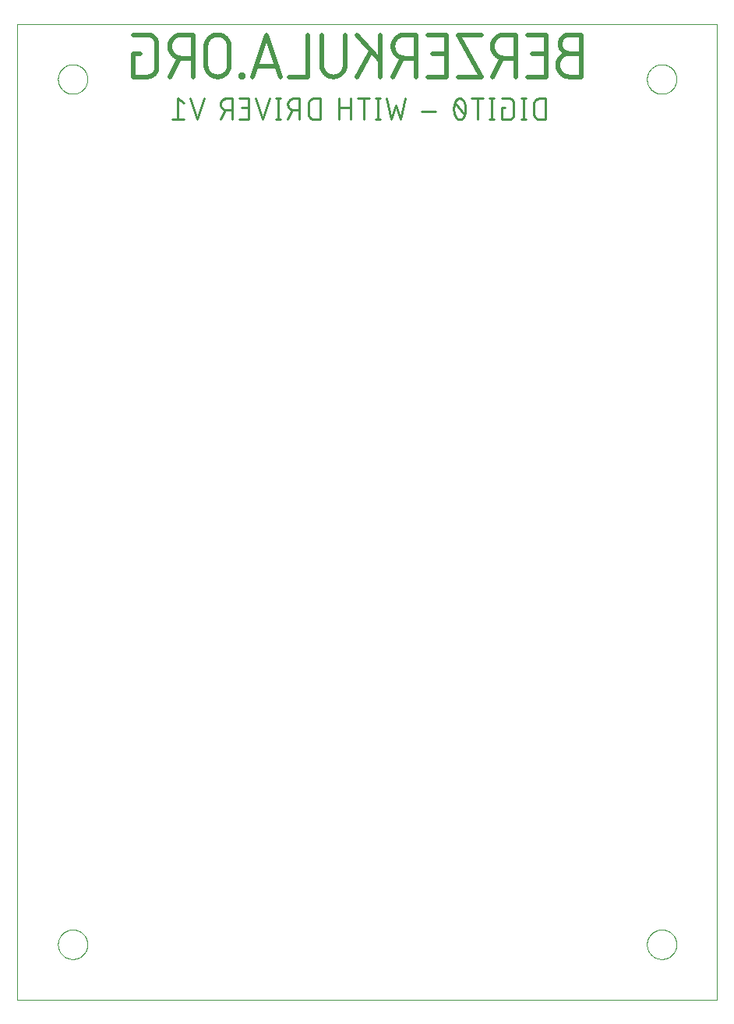
<source format=gbo>
G75*
%MOIN*%
%OFA0B0*%
%FSLAX25Y25*%
%IPPOS*%
%LPD*%
%AMOC8*
5,1,8,0,0,1.08239X$1,22.5*
%
%ADD10C,0.00000*%
%ADD11C,0.02000*%
%ADD12C,0.01000*%
D10*
X0032796Y0017048D02*
X0032796Y0434371D01*
X0332009Y0434371D01*
X0332009Y0017048D01*
X0032796Y0017048D01*
X0050119Y0040670D02*
X0050121Y0040828D01*
X0050127Y0040986D01*
X0050137Y0041144D01*
X0050151Y0041302D01*
X0050169Y0041459D01*
X0050190Y0041616D01*
X0050216Y0041772D01*
X0050246Y0041928D01*
X0050279Y0042083D01*
X0050317Y0042236D01*
X0050358Y0042389D01*
X0050403Y0042541D01*
X0050452Y0042692D01*
X0050505Y0042841D01*
X0050561Y0042989D01*
X0050621Y0043135D01*
X0050685Y0043280D01*
X0050753Y0043423D01*
X0050824Y0043565D01*
X0050898Y0043705D01*
X0050976Y0043842D01*
X0051058Y0043978D01*
X0051142Y0044112D01*
X0051231Y0044243D01*
X0051322Y0044372D01*
X0051417Y0044499D01*
X0051514Y0044624D01*
X0051615Y0044746D01*
X0051719Y0044865D01*
X0051826Y0044982D01*
X0051936Y0045096D01*
X0052049Y0045207D01*
X0052164Y0045316D01*
X0052282Y0045421D01*
X0052403Y0045523D01*
X0052526Y0045623D01*
X0052652Y0045719D01*
X0052780Y0045812D01*
X0052910Y0045902D01*
X0053043Y0045988D01*
X0053178Y0046072D01*
X0053314Y0046151D01*
X0053453Y0046228D01*
X0053594Y0046300D01*
X0053736Y0046370D01*
X0053880Y0046435D01*
X0054026Y0046497D01*
X0054173Y0046555D01*
X0054322Y0046610D01*
X0054472Y0046661D01*
X0054623Y0046708D01*
X0054775Y0046751D01*
X0054928Y0046790D01*
X0055083Y0046826D01*
X0055238Y0046857D01*
X0055394Y0046885D01*
X0055550Y0046909D01*
X0055707Y0046929D01*
X0055865Y0046945D01*
X0056022Y0046957D01*
X0056181Y0046965D01*
X0056339Y0046969D01*
X0056497Y0046969D01*
X0056655Y0046965D01*
X0056814Y0046957D01*
X0056971Y0046945D01*
X0057129Y0046929D01*
X0057286Y0046909D01*
X0057442Y0046885D01*
X0057598Y0046857D01*
X0057753Y0046826D01*
X0057908Y0046790D01*
X0058061Y0046751D01*
X0058213Y0046708D01*
X0058364Y0046661D01*
X0058514Y0046610D01*
X0058663Y0046555D01*
X0058810Y0046497D01*
X0058956Y0046435D01*
X0059100Y0046370D01*
X0059242Y0046300D01*
X0059383Y0046228D01*
X0059522Y0046151D01*
X0059658Y0046072D01*
X0059793Y0045988D01*
X0059926Y0045902D01*
X0060056Y0045812D01*
X0060184Y0045719D01*
X0060310Y0045623D01*
X0060433Y0045523D01*
X0060554Y0045421D01*
X0060672Y0045316D01*
X0060787Y0045207D01*
X0060900Y0045096D01*
X0061010Y0044982D01*
X0061117Y0044865D01*
X0061221Y0044746D01*
X0061322Y0044624D01*
X0061419Y0044499D01*
X0061514Y0044372D01*
X0061605Y0044243D01*
X0061694Y0044112D01*
X0061778Y0043978D01*
X0061860Y0043842D01*
X0061938Y0043705D01*
X0062012Y0043565D01*
X0062083Y0043423D01*
X0062151Y0043280D01*
X0062215Y0043135D01*
X0062275Y0042989D01*
X0062331Y0042841D01*
X0062384Y0042692D01*
X0062433Y0042541D01*
X0062478Y0042389D01*
X0062519Y0042236D01*
X0062557Y0042083D01*
X0062590Y0041928D01*
X0062620Y0041772D01*
X0062646Y0041616D01*
X0062667Y0041459D01*
X0062685Y0041302D01*
X0062699Y0041144D01*
X0062709Y0040986D01*
X0062715Y0040828D01*
X0062717Y0040670D01*
X0062715Y0040512D01*
X0062709Y0040354D01*
X0062699Y0040196D01*
X0062685Y0040038D01*
X0062667Y0039881D01*
X0062646Y0039724D01*
X0062620Y0039568D01*
X0062590Y0039412D01*
X0062557Y0039257D01*
X0062519Y0039104D01*
X0062478Y0038951D01*
X0062433Y0038799D01*
X0062384Y0038648D01*
X0062331Y0038499D01*
X0062275Y0038351D01*
X0062215Y0038205D01*
X0062151Y0038060D01*
X0062083Y0037917D01*
X0062012Y0037775D01*
X0061938Y0037635D01*
X0061860Y0037498D01*
X0061778Y0037362D01*
X0061694Y0037228D01*
X0061605Y0037097D01*
X0061514Y0036968D01*
X0061419Y0036841D01*
X0061322Y0036716D01*
X0061221Y0036594D01*
X0061117Y0036475D01*
X0061010Y0036358D01*
X0060900Y0036244D01*
X0060787Y0036133D01*
X0060672Y0036024D01*
X0060554Y0035919D01*
X0060433Y0035817D01*
X0060310Y0035717D01*
X0060184Y0035621D01*
X0060056Y0035528D01*
X0059926Y0035438D01*
X0059793Y0035352D01*
X0059658Y0035268D01*
X0059522Y0035189D01*
X0059383Y0035112D01*
X0059242Y0035040D01*
X0059100Y0034970D01*
X0058956Y0034905D01*
X0058810Y0034843D01*
X0058663Y0034785D01*
X0058514Y0034730D01*
X0058364Y0034679D01*
X0058213Y0034632D01*
X0058061Y0034589D01*
X0057908Y0034550D01*
X0057753Y0034514D01*
X0057598Y0034483D01*
X0057442Y0034455D01*
X0057286Y0034431D01*
X0057129Y0034411D01*
X0056971Y0034395D01*
X0056814Y0034383D01*
X0056655Y0034375D01*
X0056497Y0034371D01*
X0056339Y0034371D01*
X0056181Y0034375D01*
X0056022Y0034383D01*
X0055865Y0034395D01*
X0055707Y0034411D01*
X0055550Y0034431D01*
X0055394Y0034455D01*
X0055238Y0034483D01*
X0055083Y0034514D01*
X0054928Y0034550D01*
X0054775Y0034589D01*
X0054623Y0034632D01*
X0054472Y0034679D01*
X0054322Y0034730D01*
X0054173Y0034785D01*
X0054026Y0034843D01*
X0053880Y0034905D01*
X0053736Y0034970D01*
X0053594Y0035040D01*
X0053453Y0035112D01*
X0053314Y0035189D01*
X0053178Y0035268D01*
X0053043Y0035352D01*
X0052910Y0035438D01*
X0052780Y0035528D01*
X0052652Y0035621D01*
X0052526Y0035717D01*
X0052403Y0035817D01*
X0052282Y0035919D01*
X0052164Y0036024D01*
X0052049Y0036133D01*
X0051936Y0036244D01*
X0051826Y0036358D01*
X0051719Y0036475D01*
X0051615Y0036594D01*
X0051514Y0036716D01*
X0051417Y0036841D01*
X0051322Y0036968D01*
X0051231Y0037097D01*
X0051142Y0037228D01*
X0051058Y0037362D01*
X0050976Y0037498D01*
X0050898Y0037635D01*
X0050824Y0037775D01*
X0050753Y0037917D01*
X0050685Y0038060D01*
X0050621Y0038205D01*
X0050561Y0038351D01*
X0050505Y0038499D01*
X0050452Y0038648D01*
X0050403Y0038799D01*
X0050358Y0038951D01*
X0050317Y0039104D01*
X0050279Y0039257D01*
X0050246Y0039412D01*
X0050216Y0039568D01*
X0050190Y0039724D01*
X0050169Y0039881D01*
X0050151Y0040038D01*
X0050137Y0040196D01*
X0050127Y0040354D01*
X0050121Y0040512D01*
X0050119Y0040670D01*
X0302088Y0040670D02*
X0302090Y0040828D01*
X0302096Y0040986D01*
X0302106Y0041144D01*
X0302120Y0041302D01*
X0302138Y0041459D01*
X0302159Y0041616D01*
X0302185Y0041772D01*
X0302215Y0041928D01*
X0302248Y0042083D01*
X0302286Y0042236D01*
X0302327Y0042389D01*
X0302372Y0042541D01*
X0302421Y0042692D01*
X0302474Y0042841D01*
X0302530Y0042989D01*
X0302590Y0043135D01*
X0302654Y0043280D01*
X0302722Y0043423D01*
X0302793Y0043565D01*
X0302867Y0043705D01*
X0302945Y0043842D01*
X0303027Y0043978D01*
X0303111Y0044112D01*
X0303200Y0044243D01*
X0303291Y0044372D01*
X0303386Y0044499D01*
X0303483Y0044624D01*
X0303584Y0044746D01*
X0303688Y0044865D01*
X0303795Y0044982D01*
X0303905Y0045096D01*
X0304018Y0045207D01*
X0304133Y0045316D01*
X0304251Y0045421D01*
X0304372Y0045523D01*
X0304495Y0045623D01*
X0304621Y0045719D01*
X0304749Y0045812D01*
X0304879Y0045902D01*
X0305012Y0045988D01*
X0305147Y0046072D01*
X0305283Y0046151D01*
X0305422Y0046228D01*
X0305563Y0046300D01*
X0305705Y0046370D01*
X0305849Y0046435D01*
X0305995Y0046497D01*
X0306142Y0046555D01*
X0306291Y0046610D01*
X0306441Y0046661D01*
X0306592Y0046708D01*
X0306744Y0046751D01*
X0306897Y0046790D01*
X0307052Y0046826D01*
X0307207Y0046857D01*
X0307363Y0046885D01*
X0307519Y0046909D01*
X0307676Y0046929D01*
X0307834Y0046945D01*
X0307991Y0046957D01*
X0308150Y0046965D01*
X0308308Y0046969D01*
X0308466Y0046969D01*
X0308624Y0046965D01*
X0308783Y0046957D01*
X0308940Y0046945D01*
X0309098Y0046929D01*
X0309255Y0046909D01*
X0309411Y0046885D01*
X0309567Y0046857D01*
X0309722Y0046826D01*
X0309877Y0046790D01*
X0310030Y0046751D01*
X0310182Y0046708D01*
X0310333Y0046661D01*
X0310483Y0046610D01*
X0310632Y0046555D01*
X0310779Y0046497D01*
X0310925Y0046435D01*
X0311069Y0046370D01*
X0311211Y0046300D01*
X0311352Y0046228D01*
X0311491Y0046151D01*
X0311627Y0046072D01*
X0311762Y0045988D01*
X0311895Y0045902D01*
X0312025Y0045812D01*
X0312153Y0045719D01*
X0312279Y0045623D01*
X0312402Y0045523D01*
X0312523Y0045421D01*
X0312641Y0045316D01*
X0312756Y0045207D01*
X0312869Y0045096D01*
X0312979Y0044982D01*
X0313086Y0044865D01*
X0313190Y0044746D01*
X0313291Y0044624D01*
X0313388Y0044499D01*
X0313483Y0044372D01*
X0313574Y0044243D01*
X0313663Y0044112D01*
X0313747Y0043978D01*
X0313829Y0043842D01*
X0313907Y0043705D01*
X0313981Y0043565D01*
X0314052Y0043423D01*
X0314120Y0043280D01*
X0314184Y0043135D01*
X0314244Y0042989D01*
X0314300Y0042841D01*
X0314353Y0042692D01*
X0314402Y0042541D01*
X0314447Y0042389D01*
X0314488Y0042236D01*
X0314526Y0042083D01*
X0314559Y0041928D01*
X0314589Y0041772D01*
X0314615Y0041616D01*
X0314636Y0041459D01*
X0314654Y0041302D01*
X0314668Y0041144D01*
X0314678Y0040986D01*
X0314684Y0040828D01*
X0314686Y0040670D01*
X0314684Y0040512D01*
X0314678Y0040354D01*
X0314668Y0040196D01*
X0314654Y0040038D01*
X0314636Y0039881D01*
X0314615Y0039724D01*
X0314589Y0039568D01*
X0314559Y0039412D01*
X0314526Y0039257D01*
X0314488Y0039104D01*
X0314447Y0038951D01*
X0314402Y0038799D01*
X0314353Y0038648D01*
X0314300Y0038499D01*
X0314244Y0038351D01*
X0314184Y0038205D01*
X0314120Y0038060D01*
X0314052Y0037917D01*
X0313981Y0037775D01*
X0313907Y0037635D01*
X0313829Y0037498D01*
X0313747Y0037362D01*
X0313663Y0037228D01*
X0313574Y0037097D01*
X0313483Y0036968D01*
X0313388Y0036841D01*
X0313291Y0036716D01*
X0313190Y0036594D01*
X0313086Y0036475D01*
X0312979Y0036358D01*
X0312869Y0036244D01*
X0312756Y0036133D01*
X0312641Y0036024D01*
X0312523Y0035919D01*
X0312402Y0035817D01*
X0312279Y0035717D01*
X0312153Y0035621D01*
X0312025Y0035528D01*
X0311895Y0035438D01*
X0311762Y0035352D01*
X0311627Y0035268D01*
X0311491Y0035189D01*
X0311352Y0035112D01*
X0311211Y0035040D01*
X0311069Y0034970D01*
X0310925Y0034905D01*
X0310779Y0034843D01*
X0310632Y0034785D01*
X0310483Y0034730D01*
X0310333Y0034679D01*
X0310182Y0034632D01*
X0310030Y0034589D01*
X0309877Y0034550D01*
X0309722Y0034514D01*
X0309567Y0034483D01*
X0309411Y0034455D01*
X0309255Y0034431D01*
X0309098Y0034411D01*
X0308940Y0034395D01*
X0308783Y0034383D01*
X0308624Y0034375D01*
X0308466Y0034371D01*
X0308308Y0034371D01*
X0308150Y0034375D01*
X0307991Y0034383D01*
X0307834Y0034395D01*
X0307676Y0034411D01*
X0307519Y0034431D01*
X0307363Y0034455D01*
X0307207Y0034483D01*
X0307052Y0034514D01*
X0306897Y0034550D01*
X0306744Y0034589D01*
X0306592Y0034632D01*
X0306441Y0034679D01*
X0306291Y0034730D01*
X0306142Y0034785D01*
X0305995Y0034843D01*
X0305849Y0034905D01*
X0305705Y0034970D01*
X0305563Y0035040D01*
X0305422Y0035112D01*
X0305283Y0035189D01*
X0305147Y0035268D01*
X0305012Y0035352D01*
X0304879Y0035438D01*
X0304749Y0035528D01*
X0304621Y0035621D01*
X0304495Y0035717D01*
X0304372Y0035817D01*
X0304251Y0035919D01*
X0304133Y0036024D01*
X0304018Y0036133D01*
X0303905Y0036244D01*
X0303795Y0036358D01*
X0303688Y0036475D01*
X0303584Y0036594D01*
X0303483Y0036716D01*
X0303386Y0036841D01*
X0303291Y0036968D01*
X0303200Y0037097D01*
X0303111Y0037228D01*
X0303027Y0037362D01*
X0302945Y0037498D01*
X0302867Y0037635D01*
X0302793Y0037775D01*
X0302722Y0037917D01*
X0302654Y0038060D01*
X0302590Y0038205D01*
X0302530Y0038351D01*
X0302474Y0038499D01*
X0302421Y0038648D01*
X0302372Y0038799D01*
X0302327Y0038951D01*
X0302286Y0039104D01*
X0302248Y0039257D01*
X0302215Y0039412D01*
X0302185Y0039568D01*
X0302159Y0039724D01*
X0302138Y0039881D01*
X0302120Y0040038D01*
X0302106Y0040196D01*
X0302096Y0040354D01*
X0302090Y0040512D01*
X0302088Y0040670D01*
X0302088Y0410749D02*
X0302090Y0410907D01*
X0302096Y0411065D01*
X0302106Y0411223D01*
X0302120Y0411381D01*
X0302138Y0411538D01*
X0302159Y0411695D01*
X0302185Y0411851D01*
X0302215Y0412007D01*
X0302248Y0412162D01*
X0302286Y0412315D01*
X0302327Y0412468D01*
X0302372Y0412620D01*
X0302421Y0412771D01*
X0302474Y0412920D01*
X0302530Y0413068D01*
X0302590Y0413214D01*
X0302654Y0413359D01*
X0302722Y0413502D01*
X0302793Y0413644D01*
X0302867Y0413784D01*
X0302945Y0413921D01*
X0303027Y0414057D01*
X0303111Y0414191D01*
X0303200Y0414322D01*
X0303291Y0414451D01*
X0303386Y0414578D01*
X0303483Y0414703D01*
X0303584Y0414825D01*
X0303688Y0414944D01*
X0303795Y0415061D01*
X0303905Y0415175D01*
X0304018Y0415286D01*
X0304133Y0415395D01*
X0304251Y0415500D01*
X0304372Y0415602D01*
X0304495Y0415702D01*
X0304621Y0415798D01*
X0304749Y0415891D01*
X0304879Y0415981D01*
X0305012Y0416067D01*
X0305147Y0416151D01*
X0305283Y0416230D01*
X0305422Y0416307D01*
X0305563Y0416379D01*
X0305705Y0416449D01*
X0305849Y0416514D01*
X0305995Y0416576D01*
X0306142Y0416634D01*
X0306291Y0416689D01*
X0306441Y0416740D01*
X0306592Y0416787D01*
X0306744Y0416830D01*
X0306897Y0416869D01*
X0307052Y0416905D01*
X0307207Y0416936D01*
X0307363Y0416964D01*
X0307519Y0416988D01*
X0307676Y0417008D01*
X0307834Y0417024D01*
X0307991Y0417036D01*
X0308150Y0417044D01*
X0308308Y0417048D01*
X0308466Y0417048D01*
X0308624Y0417044D01*
X0308783Y0417036D01*
X0308940Y0417024D01*
X0309098Y0417008D01*
X0309255Y0416988D01*
X0309411Y0416964D01*
X0309567Y0416936D01*
X0309722Y0416905D01*
X0309877Y0416869D01*
X0310030Y0416830D01*
X0310182Y0416787D01*
X0310333Y0416740D01*
X0310483Y0416689D01*
X0310632Y0416634D01*
X0310779Y0416576D01*
X0310925Y0416514D01*
X0311069Y0416449D01*
X0311211Y0416379D01*
X0311352Y0416307D01*
X0311491Y0416230D01*
X0311627Y0416151D01*
X0311762Y0416067D01*
X0311895Y0415981D01*
X0312025Y0415891D01*
X0312153Y0415798D01*
X0312279Y0415702D01*
X0312402Y0415602D01*
X0312523Y0415500D01*
X0312641Y0415395D01*
X0312756Y0415286D01*
X0312869Y0415175D01*
X0312979Y0415061D01*
X0313086Y0414944D01*
X0313190Y0414825D01*
X0313291Y0414703D01*
X0313388Y0414578D01*
X0313483Y0414451D01*
X0313574Y0414322D01*
X0313663Y0414191D01*
X0313747Y0414057D01*
X0313829Y0413921D01*
X0313907Y0413784D01*
X0313981Y0413644D01*
X0314052Y0413502D01*
X0314120Y0413359D01*
X0314184Y0413214D01*
X0314244Y0413068D01*
X0314300Y0412920D01*
X0314353Y0412771D01*
X0314402Y0412620D01*
X0314447Y0412468D01*
X0314488Y0412315D01*
X0314526Y0412162D01*
X0314559Y0412007D01*
X0314589Y0411851D01*
X0314615Y0411695D01*
X0314636Y0411538D01*
X0314654Y0411381D01*
X0314668Y0411223D01*
X0314678Y0411065D01*
X0314684Y0410907D01*
X0314686Y0410749D01*
X0314684Y0410591D01*
X0314678Y0410433D01*
X0314668Y0410275D01*
X0314654Y0410117D01*
X0314636Y0409960D01*
X0314615Y0409803D01*
X0314589Y0409647D01*
X0314559Y0409491D01*
X0314526Y0409336D01*
X0314488Y0409183D01*
X0314447Y0409030D01*
X0314402Y0408878D01*
X0314353Y0408727D01*
X0314300Y0408578D01*
X0314244Y0408430D01*
X0314184Y0408284D01*
X0314120Y0408139D01*
X0314052Y0407996D01*
X0313981Y0407854D01*
X0313907Y0407714D01*
X0313829Y0407577D01*
X0313747Y0407441D01*
X0313663Y0407307D01*
X0313574Y0407176D01*
X0313483Y0407047D01*
X0313388Y0406920D01*
X0313291Y0406795D01*
X0313190Y0406673D01*
X0313086Y0406554D01*
X0312979Y0406437D01*
X0312869Y0406323D01*
X0312756Y0406212D01*
X0312641Y0406103D01*
X0312523Y0405998D01*
X0312402Y0405896D01*
X0312279Y0405796D01*
X0312153Y0405700D01*
X0312025Y0405607D01*
X0311895Y0405517D01*
X0311762Y0405431D01*
X0311627Y0405347D01*
X0311491Y0405268D01*
X0311352Y0405191D01*
X0311211Y0405119D01*
X0311069Y0405049D01*
X0310925Y0404984D01*
X0310779Y0404922D01*
X0310632Y0404864D01*
X0310483Y0404809D01*
X0310333Y0404758D01*
X0310182Y0404711D01*
X0310030Y0404668D01*
X0309877Y0404629D01*
X0309722Y0404593D01*
X0309567Y0404562D01*
X0309411Y0404534D01*
X0309255Y0404510D01*
X0309098Y0404490D01*
X0308940Y0404474D01*
X0308783Y0404462D01*
X0308624Y0404454D01*
X0308466Y0404450D01*
X0308308Y0404450D01*
X0308150Y0404454D01*
X0307991Y0404462D01*
X0307834Y0404474D01*
X0307676Y0404490D01*
X0307519Y0404510D01*
X0307363Y0404534D01*
X0307207Y0404562D01*
X0307052Y0404593D01*
X0306897Y0404629D01*
X0306744Y0404668D01*
X0306592Y0404711D01*
X0306441Y0404758D01*
X0306291Y0404809D01*
X0306142Y0404864D01*
X0305995Y0404922D01*
X0305849Y0404984D01*
X0305705Y0405049D01*
X0305563Y0405119D01*
X0305422Y0405191D01*
X0305283Y0405268D01*
X0305147Y0405347D01*
X0305012Y0405431D01*
X0304879Y0405517D01*
X0304749Y0405607D01*
X0304621Y0405700D01*
X0304495Y0405796D01*
X0304372Y0405896D01*
X0304251Y0405998D01*
X0304133Y0406103D01*
X0304018Y0406212D01*
X0303905Y0406323D01*
X0303795Y0406437D01*
X0303688Y0406554D01*
X0303584Y0406673D01*
X0303483Y0406795D01*
X0303386Y0406920D01*
X0303291Y0407047D01*
X0303200Y0407176D01*
X0303111Y0407307D01*
X0303027Y0407441D01*
X0302945Y0407577D01*
X0302867Y0407714D01*
X0302793Y0407854D01*
X0302722Y0407996D01*
X0302654Y0408139D01*
X0302590Y0408284D01*
X0302530Y0408430D01*
X0302474Y0408578D01*
X0302421Y0408727D01*
X0302372Y0408878D01*
X0302327Y0409030D01*
X0302286Y0409183D01*
X0302248Y0409336D01*
X0302215Y0409491D01*
X0302185Y0409647D01*
X0302159Y0409803D01*
X0302138Y0409960D01*
X0302120Y0410117D01*
X0302106Y0410275D01*
X0302096Y0410433D01*
X0302090Y0410591D01*
X0302088Y0410749D01*
X0050119Y0410749D02*
X0050121Y0410907D01*
X0050127Y0411065D01*
X0050137Y0411223D01*
X0050151Y0411381D01*
X0050169Y0411538D01*
X0050190Y0411695D01*
X0050216Y0411851D01*
X0050246Y0412007D01*
X0050279Y0412162D01*
X0050317Y0412315D01*
X0050358Y0412468D01*
X0050403Y0412620D01*
X0050452Y0412771D01*
X0050505Y0412920D01*
X0050561Y0413068D01*
X0050621Y0413214D01*
X0050685Y0413359D01*
X0050753Y0413502D01*
X0050824Y0413644D01*
X0050898Y0413784D01*
X0050976Y0413921D01*
X0051058Y0414057D01*
X0051142Y0414191D01*
X0051231Y0414322D01*
X0051322Y0414451D01*
X0051417Y0414578D01*
X0051514Y0414703D01*
X0051615Y0414825D01*
X0051719Y0414944D01*
X0051826Y0415061D01*
X0051936Y0415175D01*
X0052049Y0415286D01*
X0052164Y0415395D01*
X0052282Y0415500D01*
X0052403Y0415602D01*
X0052526Y0415702D01*
X0052652Y0415798D01*
X0052780Y0415891D01*
X0052910Y0415981D01*
X0053043Y0416067D01*
X0053178Y0416151D01*
X0053314Y0416230D01*
X0053453Y0416307D01*
X0053594Y0416379D01*
X0053736Y0416449D01*
X0053880Y0416514D01*
X0054026Y0416576D01*
X0054173Y0416634D01*
X0054322Y0416689D01*
X0054472Y0416740D01*
X0054623Y0416787D01*
X0054775Y0416830D01*
X0054928Y0416869D01*
X0055083Y0416905D01*
X0055238Y0416936D01*
X0055394Y0416964D01*
X0055550Y0416988D01*
X0055707Y0417008D01*
X0055865Y0417024D01*
X0056022Y0417036D01*
X0056181Y0417044D01*
X0056339Y0417048D01*
X0056497Y0417048D01*
X0056655Y0417044D01*
X0056814Y0417036D01*
X0056971Y0417024D01*
X0057129Y0417008D01*
X0057286Y0416988D01*
X0057442Y0416964D01*
X0057598Y0416936D01*
X0057753Y0416905D01*
X0057908Y0416869D01*
X0058061Y0416830D01*
X0058213Y0416787D01*
X0058364Y0416740D01*
X0058514Y0416689D01*
X0058663Y0416634D01*
X0058810Y0416576D01*
X0058956Y0416514D01*
X0059100Y0416449D01*
X0059242Y0416379D01*
X0059383Y0416307D01*
X0059522Y0416230D01*
X0059658Y0416151D01*
X0059793Y0416067D01*
X0059926Y0415981D01*
X0060056Y0415891D01*
X0060184Y0415798D01*
X0060310Y0415702D01*
X0060433Y0415602D01*
X0060554Y0415500D01*
X0060672Y0415395D01*
X0060787Y0415286D01*
X0060900Y0415175D01*
X0061010Y0415061D01*
X0061117Y0414944D01*
X0061221Y0414825D01*
X0061322Y0414703D01*
X0061419Y0414578D01*
X0061514Y0414451D01*
X0061605Y0414322D01*
X0061694Y0414191D01*
X0061778Y0414057D01*
X0061860Y0413921D01*
X0061938Y0413784D01*
X0062012Y0413644D01*
X0062083Y0413502D01*
X0062151Y0413359D01*
X0062215Y0413214D01*
X0062275Y0413068D01*
X0062331Y0412920D01*
X0062384Y0412771D01*
X0062433Y0412620D01*
X0062478Y0412468D01*
X0062519Y0412315D01*
X0062557Y0412162D01*
X0062590Y0412007D01*
X0062620Y0411851D01*
X0062646Y0411695D01*
X0062667Y0411538D01*
X0062685Y0411381D01*
X0062699Y0411223D01*
X0062709Y0411065D01*
X0062715Y0410907D01*
X0062717Y0410749D01*
X0062715Y0410591D01*
X0062709Y0410433D01*
X0062699Y0410275D01*
X0062685Y0410117D01*
X0062667Y0409960D01*
X0062646Y0409803D01*
X0062620Y0409647D01*
X0062590Y0409491D01*
X0062557Y0409336D01*
X0062519Y0409183D01*
X0062478Y0409030D01*
X0062433Y0408878D01*
X0062384Y0408727D01*
X0062331Y0408578D01*
X0062275Y0408430D01*
X0062215Y0408284D01*
X0062151Y0408139D01*
X0062083Y0407996D01*
X0062012Y0407854D01*
X0061938Y0407714D01*
X0061860Y0407577D01*
X0061778Y0407441D01*
X0061694Y0407307D01*
X0061605Y0407176D01*
X0061514Y0407047D01*
X0061419Y0406920D01*
X0061322Y0406795D01*
X0061221Y0406673D01*
X0061117Y0406554D01*
X0061010Y0406437D01*
X0060900Y0406323D01*
X0060787Y0406212D01*
X0060672Y0406103D01*
X0060554Y0405998D01*
X0060433Y0405896D01*
X0060310Y0405796D01*
X0060184Y0405700D01*
X0060056Y0405607D01*
X0059926Y0405517D01*
X0059793Y0405431D01*
X0059658Y0405347D01*
X0059522Y0405268D01*
X0059383Y0405191D01*
X0059242Y0405119D01*
X0059100Y0405049D01*
X0058956Y0404984D01*
X0058810Y0404922D01*
X0058663Y0404864D01*
X0058514Y0404809D01*
X0058364Y0404758D01*
X0058213Y0404711D01*
X0058061Y0404668D01*
X0057908Y0404629D01*
X0057753Y0404593D01*
X0057598Y0404562D01*
X0057442Y0404534D01*
X0057286Y0404510D01*
X0057129Y0404490D01*
X0056971Y0404474D01*
X0056814Y0404462D01*
X0056655Y0404454D01*
X0056497Y0404450D01*
X0056339Y0404450D01*
X0056181Y0404454D01*
X0056022Y0404462D01*
X0055865Y0404474D01*
X0055707Y0404490D01*
X0055550Y0404510D01*
X0055394Y0404534D01*
X0055238Y0404562D01*
X0055083Y0404593D01*
X0054928Y0404629D01*
X0054775Y0404668D01*
X0054623Y0404711D01*
X0054472Y0404758D01*
X0054322Y0404809D01*
X0054173Y0404864D01*
X0054026Y0404922D01*
X0053880Y0404984D01*
X0053736Y0405049D01*
X0053594Y0405119D01*
X0053453Y0405191D01*
X0053314Y0405268D01*
X0053178Y0405347D01*
X0053043Y0405431D01*
X0052910Y0405517D01*
X0052780Y0405607D01*
X0052652Y0405700D01*
X0052526Y0405796D01*
X0052403Y0405896D01*
X0052282Y0405998D01*
X0052164Y0406103D01*
X0052049Y0406212D01*
X0051936Y0406323D01*
X0051826Y0406437D01*
X0051719Y0406554D01*
X0051615Y0406673D01*
X0051514Y0406795D01*
X0051417Y0406920D01*
X0051322Y0407047D01*
X0051231Y0407176D01*
X0051142Y0407307D01*
X0051058Y0407441D01*
X0050976Y0407577D01*
X0050898Y0407714D01*
X0050824Y0407854D01*
X0050753Y0407996D01*
X0050685Y0408139D01*
X0050621Y0408284D01*
X0050561Y0408430D01*
X0050505Y0408578D01*
X0050452Y0408727D01*
X0050403Y0408878D01*
X0050358Y0409030D01*
X0050317Y0409183D01*
X0050279Y0409336D01*
X0050246Y0409491D01*
X0050216Y0409647D01*
X0050190Y0409803D01*
X0050169Y0409960D01*
X0050151Y0410117D01*
X0050137Y0410275D01*
X0050127Y0410433D01*
X0050121Y0410591D01*
X0050119Y0410749D01*
D11*
X0082422Y0411749D02*
X0088422Y0411749D01*
X0088548Y0411751D01*
X0088673Y0411757D01*
X0088798Y0411767D01*
X0088923Y0411781D01*
X0089048Y0411798D01*
X0089172Y0411820D01*
X0089295Y0411845D01*
X0089417Y0411875D01*
X0089538Y0411908D01*
X0089658Y0411945D01*
X0089777Y0411985D01*
X0089894Y0412030D01*
X0090011Y0412078D01*
X0090125Y0412130D01*
X0090238Y0412185D01*
X0090349Y0412244D01*
X0090458Y0412306D01*
X0090565Y0412372D01*
X0090670Y0412441D01*
X0090773Y0412513D01*
X0090874Y0412588D01*
X0090972Y0412667D01*
X0091067Y0412749D01*
X0091160Y0412833D01*
X0091250Y0412921D01*
X0091338Y0413011D01*
X0091422Y0413104D01*
X0091504Y0413199D01*
X0091583Y0413297D01*
X0091658Y0413398D01*
X0091730Y0413501D01*
X0091799Y0413606D01*
X0091865Y0413713D01*
X0091927Y0413822D01*
X0091986Y0413933D01*
X0092041Y0414046D01*
X0092093Y0414160D01*
X0092141Y0414277D01*
X0092186Y0414394D01*
X0092226Y0414513D01*
X0092263Y0414633D01*
X0092296Y0414754D01*
X0092326Y0414876D01*
X0092351Y0414999D01*
X0092373Y0415123D01*
X0092390Y0415248D01*
X0092404Y0415373D01*
X0092414Y0415498D01*
X0092420Y0415623D01*
X0092422Y0415749D01*
X0092422Y0425749D01*
X0092420Y0425875D01*
X0092414Y0426000D01*
X0092404Y0426125D01*
X0092390Y0426250D01*
X0092373Y0426375D01*
X0092351Y0426499D01*
X0092326Y0426622D01*
X0092296Y0426744D01*
X0092263Y0426865D01*
X0092226Y0426985D01*
X0092186Y0427104D01*
X0092141Y0427221D01*
X0092093Y0427338D01*
X0092041Y0427452D01*
X0091986Y0427565D01*
X0091927Y0427676D01*
X0091865Y0427785D01*
X0091799Y0427892D01*
X0091730Y0427997D01*
X0091658Y0428100D01*
X0091583Y0428201D01*
X0091504Y0428299D01*
X0091422Y0428394D01*
X0091338Y0428487D01*
X0091250Y0428577D01*
X0091160Y0428665D01*
X0091067Y0428749D01*
X0090972Y0428831D01*
X0090874Y0428910D01*
X0090773Y0428985D01*
X0090670Y0429057D01*
X0090565Y0429126D01*
X0090458Y0429192D01*
X0090349Y0429254D01*
X0090238Y0429313D01*
X0090125Y0429368D01*
X0090011Y0429420D01*
X0089894Y0429468D01*
X0089777Y0429513D01*
X0089658Y0429553D01*
X0089538Y0429590D01*
X0089417Y0429623D01*
X0089295Y0429653D01*
X0089172Y0429678D01*
X0089048Y0429700D01*
X0088923Y0429717D01*
X0088798Y0429731D01*
X0088673Y0429741D01*
X0088548Y0429747D01*
X0088422Y0429749D01*
X0082422Y0429749D01*
X0082422Y0421749D02*
X0082422Y0411749D01*
X0082422Y0421749D02*
X0085422Y0421749D01*
X0097922Y0411749D02*
X0101922Y0419749D01*
X0102922Y0419749D02*
X0107922Y0419749D01*
X0102922Y0419749D02*
X0102782Y0419751D01*
X0102642Y0419757D01*
X0102502Y0419767D01*
X0102362Y0419780D01*
X0102223Y0419798D01*
X0102084Y0419820D01*
X0101947Y0419845D01*
X0101809Y0419874D01*
X0101673Y0419907D01*
X0101538Y0419944D01*
X0101404Y0419985D01*
X0101271Y0420030D01*
X0101139Y0420078D01*
X0101009Y0420130D01*
X0100880Y0420185D01*
X0100753Y0420244D01*
X0100627Y0420307D01*
X0100503Y0420373D01*
X0100382Y0420442D01*
X0100262Y0420515D01*
X0100144Y0420592D01*
X0100029Y0420671D01*
X0099915Y0420754D01*
X0099805Y0420840D01*
X0099696Y0420929D01*
X0099590Y0421021D01*
X0099487Y0421116D01*
X0099386Y0421213D01*
X0099289Y0421314D01*
X0099194Y0421417D01*
X0099102Y0421523D01*
X0099013Y0421632D01*
X0098927Y0421742D01*
X0098844Y0421856D01*
X0098765Y0421971D01*
X0098688Y0422089D01*
X0098615Y0422209D01*
X0098546Y0422330D01*
X0098480Y0422454D01*
X0098417Y0422580D01*
X0098358Y0422707D01*
X0098303Y0422836D01*
X0098251Y0422966D01*
X0098203Y0423098D01*
X0098158Y0423231D01*
X0098117Y0423365D01*
X0098080Y0423500D01*
X0098047Y0423636D01*
X0098018Y0423774D01*
X0097993Y0423911D01*
X0097971Y0424050D01*
X0097953Y0424189D01*
X0097940Y0424329D01*
X0097930Y0424469D01*
X0097924Y0424609D01*
X0097922Y0424749D01*
X0097924Y0424889D01*
X0097930Y0425029D01*
X0097940Y0425169D01*
X0097953Y0425309D01*
X0097971Y0425448D01*
X0097993Y0425587D01*
X0098018Y0425724D01*
X0098047Y0425862D01*
X0098080Y0425998D01*
X0098117Y0426133D01*
X0098158Y0426267D01*
X0098203Y0426400D01*
X0098251Y0426532D01*
X0098303Y0426662D01*
X0098358Y0426791D01*
X0098417Y0426918D01*
X0098480Y0427044D01*
X0098546Y0427168D01*
X0098615Y0427289D01*
X0098688Y0427409D01*
X0098765Y0427527D01*
X0098844Y0427642D01*
X0098927Y0427756D01*
X0099013Y0427866D01*
X0099102Y0427975D01*
X0099194Y0428081D01*
X0099289Y0428184D01*
X0099386Y0428285D01*
X0099487Y0428382D01*
X0099590Y0428477D01*
X0099696Y0428569D01*
X0099805Y0428658D01*
X0099915Y0428744D01*
X0100029Y0428827D01*
X0100144Y0428906D01*
X0100262Y0428983D01*
X0100382Y0429056D01*
X0100503Y0429125D01*
X0100627Y0429191D01*
X0100753Y0429254D01*
X0100880Y0429313D01*
X0101009Y0429368D01*
X0101139Y0429420D01*
X0101271Y0429468D01*
X0101404Y0429513D01*
X0101538Y0429554D01*
X0101673Y0429591D01*
X0101809Y0429624D01*
X0101947Y0429653D01*
X0102084Y0429678D01*
X0102223Y0429700D01*
X0102362Y0429718D01*
X0102502Y0429731D01*
X0102642Y0429741D01*
X0102782Y0429747D01*
X0102922Y0429749D01*
X0107922Y0429749D01*
X0107922Y0411749D01*
X0113422Y0416749D02*
X0113422Y0424749D01*
X0113424Y0424889D01*
X0113430Y0425029D01*
X0113440Y0425169D01*
X0113453Y0425309D01*
X0113471Y0425448D01*
X0113493Y0425587D01*
X0113518Y0425724D01*
X0113547Y0425862D01*
X0113580Y0425998D01*
X0113617Y0426133D01*
X0113658Y0426267D01*
X0113703Y0426400D01*
X0113751Y0426532D01*
X0113803Y0426662D01*
X0113858Y0426791D01*
X0113917Y0426918D01*
X0113980Y0427044D01*
X0114046Y0427168D01*
X0114115Y0427289D01*
X0114188Y0427409D01*
X0114265Y0427527D01*
X0114344Y0427642D01*
X0114427Y0427756D01*
X0114513Y0427866D01*
X0114602Y0427975D01*
X0114694Y0428081D01*
X0114789Y0428184D01*
X0114886Y0428285D01*
X0114987Y0428382D01*
X0115090Y0428477D01*
X0115196Y0428569D01*
X0115305Y0428658D01*
X0115415Y0428744D01*
X0115529Y0428827D01*
X0115644Y0428906D01*
X0115762Y0428983D01*
X0115882Y0429056D01*
X0116003Y0429125D01*
X0116127Y0429191D01*
X0116253Y0429254D01*
X0116380Y0429313D01*
X0116509Y0429368D01*
X0116639Y0429420D01*
X0116771Y0429468D01*
X0116904Y0429513D01*
X0117038Y0429554D01*
X0117173Y0429591D01*
X0117309Y0429624D01*
X0117447Y0429653D01*
X0117584Y0429678D01*
X0117723Y0429700D01*
X0117862Y0429718D01*
X0118002Y0429731D01*
X0118142Y0429741D01*
X0118282Y0429747D01*
X0118422Y0429749D01*
X0118562Y0429747D01*
X0118702Y0429741D01*
X0118842Y0429731D01*
X0118982Y0429718D01*
X0119121Y0429700D01*
X0119260Y0429678D01*
X0119397Y0429653D01*
X0119535Y0429624D01*
X0119671Y0429591D01*
X0119806Y0429554D01*
X0119940Y0429513D01*
X0120073Y0429468D01*
X0120205Y0429420D01*
X0120335Y0429368D01*
X0120464Y0429313D01*
X0120591Y0429254D01*
X0120717Y0429191D01*
X0120841Y0429125D01*
X0120962Y0429056D01*
X0121082Y0428983D01*
X0121200Y0428906D01*
X0121315Y0428827D01*
X0121429Y0428744D01*
X0121539Y0428658D01*
X0121648Y0428569D01*
X0121754Y0428477D01*
X0121857Y0428382D01*
X0121958Y0428285D01*
X0122055Y0428184D01*
X0122150Y0428081D01*
X0122242Y0427975D01*
X0122331Y0427866D01*
X0122417Y0427756D01*
X0122500Y0427642D01*
X0122579Y0427527D01*
X0122656Y0427409D01*
X0122729Y0427289D01*
X0122798Y0427168D01*
X0122864Y0427044D01*
X0122927Y0426918D01*
X0122986Y0426791D01*
X0123041Y0426662D01*
X0123093Y0426532D01*
X0123141Y0426400D01*
X0123186Y0426267D01*
X0123227Y0426133D01*
X0123264Y0425998D01*
X0123297Y0425862D01*
X0123326Y0425724D01*
X0123351Y0425587D01*
X0123373Y0425448D01*
X0123391Y0425309D01*
X0123404Y0425169D01*
X0123414Y0425029D01*
X0123420Y0424889D01*
X0123422Y0424749D01*
X0123422Y0416749D01*
X0128422Y0412749D02*
X0128422Y0411749D01*
X0129422Y0411749D01*
X0129422Y0412749D01*
X0128422Y0412749D01*
X0133422Y0411749D02*
X0139422Y0429749D01*
X0145422Y0411749D01*
X0148922Y0411749D02*
X0156922Y0411749D01*
X0156922Y0429749D01*
X0162922Y0429749D02*
X0162922Y0416749D01*
X0162924Y0416609D01*
X0162930Y0416469D01*
X0162940Y0416329D01*
X0162953Y0416189D01*
X0162971Y0416050D01*
X0162993Y0415911D01*
X0163018Y0415774D01*
X0163047Y0415636D01*
X0163080Y0415500D01*
X0163117Y0415365D01*
X0163158Y0415231D01*
X0163203Y0415098D01*
X0163251Y0414966D01*
X0163303Y0414836D01*
X0163358Y0414707D01*
X0163417Y0414580D01*
X0163480Y0414454D01*
X0163546Y0414330D01*
X0163615Y0414209D01*
X0163688Y0414089D01*
X0163765Y0413971D01*
X0163844Y0413856D01*
X0163927Y0413742D01*
X0164013Y0413632D01*
X0164102Y0413523D01*
X0164194Y0413417D01*
X0164289Y0413314D01*
X0164386Y0413213D01*
X0164487Y0413116D01*
X0164590Y0413021D01*
X0164696Y0412929D01*
X0164805Y0412840D01*
X0164915Y0412754D01*
X0165029Y0412671D01*
X0165144Y0412592D01*
X0165262Y0412515D01*
X0165382Y0412442D01*
X0165503Y0412373D01*
X0165627Y0412307D01*
X0165753Y0412244D01*
X0165880Y0412185D01*
X0166009Y0412130D01*
X0166139Y0412078D01*
X0166271Y0412030D01*
X0166404Y0411985D01*
X0166538Y0411944D01*
X0166673Y0411907D01*
X0166809Y0411874D01*
X0166947Y0411845D01*
X0167084Y0411820D01*
X0167223Y0411798D01*
X0167362Y0411780D01*
X0167502Y0411767D01*
X0167642Y0411757D01*
X0167782Y0411751D01*
X0167922Y0411749D01*
X0168062Y0411751D01*
X0168202Y0411757D01*
X0168342Y0411767D01*
X0168482Y0411780D01*
X0168621Y0411798D01*
X0168760Y0411820D01*
X0168897Y0411845D01*
X0169035Y0411874D01*
X0169171Y0411907D01*
X0169306Y0411944D01*
X0169440Y0411985D01*
X0169573Y0412030D01*
X0169705Y0412078D01*
X0169835Y0412130D01*
X0169964Y0412185D01*
X0170091Y0412244D01*
X0170217Y0412307D01*
X0170341Y0412373D01*
X0170462Y0412442D01*
X0170582Y0412515D01*
X0170700Y0412592D01*
X0170815Y0412671D01*
X0170929Y0412754D01*
X0171039Y0412840D01*
X0171148Y0412929D01*
X0171254Y0413021D01*
X0171357Y0413116D01*
X0171458Y0413213D01*
X0171555Y0413314D01*
X0171650Y0413417D01*
X0171742Y0413523D01*
X0171831Y0413632D01*
X0171917Y0413742D01*
X0172000Y0413856D01*
X0172079Y0413971D01*
X0172156Y0414089D01*
X0172229Y0414209D01*
X0172298Y0414330D01*
X0172364Y0414454D01*
X0172427Y0414580D01*
X0172486Y0414707D01*
X0172541Y0414836D01*
X0172593Y0414966D01*
X0172641Y0415098D01*
X0172686Y0415231D01*
X0172727Y0415365D01*
X0172764Y0415500D01*
X0172797Y0415636D01*
X0172826Y0415774D01*
X0172851Y0415911D01*
X0172873Y0416050D01*
X0172891Y0416189D01*
X0172904Y0416329D01*
X0172914Y0416469D01*
X0172920Y0416609D01*
X0172922Y0416749D01*
X0172922Y0429749D01*
X0177922Y0429749D02*
X0187922Y0418749D01*
X0183922Y0422749D02*
X0177922Y0411749D01*
X0187922Y0411749D02*
X0187922Y0429749D01*
X0198422Y0429749D02*
X0203422Y0429749D01*
X0203422Y0411749D01*
X0208422Y0411749D02*
X0216422Y0411749D01*
X0216422Y0429749D01*
X0208422Y0429749D01*
X0210422Y0421749D02*
X0216422Y0421749D01*
X0221422Y0429749D02*
X0231422Y0411749D01*
X0221422Y0411749D01*
X0235922Y0411749D02*
X0239922Y0419749D01*
X0240922Y0419749D02*
X0245922Y0419749D01*
X0240922Y0419749D02*
X0240782Y0419751D01*
X0240642Y0419757D01*
X0240502Y0419767D01*
X0240362Y0419780D01*
X0240223Y0419798D01*
X0240084Y0419820D01*
X0239947Y0419845D01*
X0239809Y0419874D01*
X0239673Y0419907D01*
X0239538Y0419944D01*
X0239404Y0419985D01*
X0239271Y0420030D01*
X0239139Y0420078D01*
X0239009Y0420130D01*
X0238880Y0420185D01*
X0238753Y0420244D01*
X0238627Y0420307D01*
X0238503Y0420373D01*
X0238382Y0420442D01*
X0238262Y0420515D01*
X0238144Y0420592D01*
X0238029Y0420671D01*
X0237915Y0420754D01*
X0237805Y0420840D01*
X0237696Y0420929D01*
X0237590Y0421021D01*
X0237487Y0421116D01*
X0237386Y0421213D01*
X0237289Y0421314D01*
X0237194Y0421417D01*
X0237102Y0421523D01*
X0237013Y0421632D01*
X0236927Y0421742D01*
X0236844Y0421856D01*
X0236765Y0421971D01*
X0236688Y0422089D01*
X0236615Y0422209D01*
X0236546Y0422330D01*
X0236480Y0422454D01*
X0236417Y0422580D01*
X0236358Y0422707D01*
X0236303Y0422836D01*
X0236251Y0422966D01*
X0236203Y0423098D01*
X0236158Y0423231D01*
X0236117Y0423365D01*
X0236080Y0423500D01*
X0236047Y0423636D01*
X0236018Y0423774D01*
X0235993Y0423911D01*
X0235971Y0424050D01*
X0235953Y0424189D01*
X0235940Y0424329D01*
X0235930Y0424469D01*
X0235924Y0424609D01*
X0235922Y0424749D01*
X0235924Y0424889D01*
X0235930Y0425029D01*
X0235940Y0425169D01*
X0235953Y0425309D01*
X0235971Y0425448D01*
X0235993Y0425587D01*
X0236018Y0425724D01*
X0236047Y0425862D01*
X0236080Y0425998D01*
X0236117Y0426133D01*
X0236158Y0426267D01*
X0236203Y0426400D01*
X0236251Y0426532D01*
X0236303Y0426662D01*
X0236358Y0426791D01*
X0236417Y0426918D01*
X0236480Y0427044D01*
X0236546Y0427168D01*
X0236615Y0427289D01*
X0236688Y0427409D01*
X0236765Y0427527D01*
X0236844Y0427642D01*
X0236927Y0427756D01*
X0237013Y0427866D01*
X0237102Y0427975D01*
X0237194Y0428081D01*
X0237289Y0428184D01*
X0237386Y0428285D01*
X0237487Y0428382D01*
X0237590Y0428477D01*
X0237696Y0428569D01*
X0237805Y0428658D01*
X0237915Y0428744D01*
X0238029Y0428827D01*
X0238144Y0428906D01*
X0238262Y0428983D01*
X0238382Y0429056D01*
X0238503Y0429125D01*
X0238627Y0429191D01*
X0238753Y0429254D01*
X0238880Y0429313D01*
X0239009Y0429368D01*
X0239139Y0429420D01*
X0239271Y0429468D01*
X0239404Y0429513D01*
X0239538Y0429554D01*
X0239673Y0429591D01*
X0239809Y0429624D01*
X0239947Y0429653D01*
X0240084Y0429678D01*
X0240223Y0429700D01*
X0240362Y0429718D01*
X0240502Y0429731D01*
X0240642Y0429741D01*
X0240782Y0429747D01*
X0240922Y0429749D01*
X0245922Y0429749D01*
X0245922Y0411749D01*
X0250922Y0411749D02*
X0258922Y0411749D01*
X0258922Y0429749D01*
X0250922Y0429749D01*
X0252922Y0421749D02*
X0258922Y0421749D01*
X0268922Y0421749D02*
X0273922Y0421749D01*
X0268922Y0421749D02*
X0268796Y0421751D01*
X0268671Y0421757D01*
X0268546Y0421767D01*
X0268421Y0421781D01*
X0268296Y0421798D01*
X0268172Y0421820D01*
X0268049Y0421845D01*
X0267927Y0421875D01*
X0267806Y0421908D01*
X0267686Y0421945D01*
X0267567Y0421985D01*
X0267450Y0422030D01*
X0267333Y0422078D01*
X0267219Y0422130D01*
X0267106Y0422185D01*
X0266995Y0422244D01*
X0266886Y0422306D01*
X0266779Y0422372D01*
X0266674Y0422441D01*
X0266571Y0422513D01*
X0266470Y0422588D01*
X0266372Y0422667D01*
X0266277Y0422749D01*
X0266184Y0422833D01*
X0266094Y0422921D01*
X0266006Y0423011D01*
X0265922Y0423104D01*
X0265840Y0423199D01*
X0265761Y0423297D01*
X0265686Y0423398D01*
X0265614Y0423501D01*
X0265545Y0423606D01*
X0265479Y0423713D01*
X0265417Y0423822D01*
X0265358Y0423933D01*
X0265303Y0424046D01*
X0265251Y0424160D01*
X0265203Y0424277D01*
X0265158Y0424394D01*
X0265118Y0424513D01*
X0265081Y0424633D01*
X0265048Y0424754D01*
X0265018Y0424876D01*
X0264993Y0424999D01*
X0264971Y0425123D01*
X0264954Y0425248D01*
X0264940Y0425373D01*
X0264930Y0425498D01*
X0264924Y0425623D01*
X0264922Y0425749D01*
X0264924Y0425875D01*
X0264930Y0426000D01*
X0264940Y0426125D01*
X0264954Y0426250D01*
X0264971Y0426375D01*
X0264993Y0426499D01*
X0265018Y0426622D01*
X0265048Y0426744D01*
X0265081Y0426865D01*
X0265118Y0426985D01*
X0265158Y0427104D01*
X0265203Y0427221D01*
X0265251Y0427338D01*
X0265303Y0427452D01*
X0265358Y0427565D01*
X0265417Y0427676D01*
X0265479Y0427785D01*
X0265545Y0427892D01*
X0265614Y0427997D01*
X0265686Y0428100D01*
X0265761Y0428201D01*
X0265840Y0428299D01*
X0265922Y0428394D01*
X0266006Y0428487D01*
X0266094Y0428577D01*
X0266184Y0428665D01*
X0266277Y0428749D01*
X0266372Y0428831D01*
X0266470Y0428910D01*
X0266571Y0428985D01*
X0266674Y0429057D01*
X0266779Y0429126D01*
X0266886Y0429192D01*
X0266995Y0429254D01*
X0267106Y0429313D01*
X0267219Y0429368D01*
X0267333Y0429420D01*
X0267450Y0429468D01*
X0267567Y0429513D01*
X0267686Y0429553D01*
X0267806Y0429590D01*
X0267927Y0429623D01*
X0268049Y0429653D01*
X0268172Y0429678D01*
X0268296Y0429700D01*
X0268421Y0429717D01*
X0268546Y0429731D01*
X0268671Y0429741D01*
X0268796Y0429747D01*
X0268922Y0429749D01*
X0273922Y0429749D01*
X0273922Y0411749D01*
X0268922Y0411749D01*
X0268782Y0411751D01*
X0268642Y0411757D01*
X0268502Y0411767D01*
X0268362Y0411780D01*
X0268223Y0411798D01*
X0268084Y0411820D01*
X0267947Y0411845D01*
X0267809Y0411874D01*
X0267673Y0411907D01*
X0267538Y0411944D01*
X0267404Y0411985D01*
X0267271Y0412030D01*
X0267139Y0412078D01*
X0267009Y0412130D01*
X0266880Y0412185D01*
X0266753Y0412244D01*
X0266627Y0412307D01*
X0266503Y0412373D01*
X0266382Y0412442D01*
X0266262Y0412515D01*
X0266144Y0412592D01*
X0266029Y0412671D01*
X0265915Y0412754D01*
X0265805Y0412840D01*
X0265696Y0412929D01*
X0265590Y0413021D01*
X0265487Y0413116D01*
X0265386Y0413213D01*
X0265289Y0413314D01*
X0265194Y0413417D01*
X0265102Y0413523D01*
X0265013Y0413632D01*
X0264927Y0413742D01*
X0264844Y0413856D01*
X0264765Y0413971D01*
X0264688Y0414089D01*
X0264615Y0414209D01*
X0264546Y0414330D01*
X0264480Y0414454D01*
X0264417Y0414580D01*
X0264358Y0414707D01*
X0264303Y0414836D01*
X0264251Y0414966D01*
X0264203Y0415098D01*
X0264158Y0415231D01*
X0264117Y0415365D01*
X0264080Y0415500D01*
X0264047Y0415636D01*
X0264018Y0415774D01*
X0263993Y0415911D01*
X0263971Y0416050D01*
X0263953Y0416189D01*
X0263940Y0416329D01*
X0263930Y0416469D01*
X0263924Y0416609D01*
X0263922Y0416749D01*
X0263924Y0416889D01*
X0263930Y0417029D01*
X0263940Y0417169D01*
X0263953Y0417309D01*
X0263971Y0417448D01*
X0263993Y0417587D01*
X0264018Y0417724D01*
X0264047Y0417862D01*
X0264080Y0417998D01*
X0264117Y0418133D01*
X0264158Y0418267D01*
X0264203Y0418400D01*
X0264251Y0418532D01*
X0264303Y0418662D01*
X0264358Y0418791D01*
X0264417Y0418918D01*
X0264480Y0419044D01*
X0264546Y0419168D01*
X0264615Y0419289D01*
X0264688Y0419409D01*
X0264765Y0419527D01*
X0264844Y0419642D01*
X0264927Y0419756D01*
X0265013Y0419866D01*
X0265102Y0419975D01*
X0265194Y0420081D01*
X0265289Y0420184D01*
X0265386Y0420285D01*
X0265487Y0420382D01*
X0265590Y0420477D01*
X0265696Y0420569D01*
X0265805Y0420658D01*
X0265915Y0420744D01*
X0266029Y0420827D01*
X0266144Y0420906D01*
X0266262Y0420983D01*
X0266382Y0421056D01*
X0266503Y0421125D01*
X0266627Y0421191D01*
X0266753Y0421254D01*
X0266880Y0421313D01*
X0267009Y0421368D01*
X0267139Y0421420D01*
X0267271Y0421468D01*
X0267404Y0421513D01*
X0267538Y0421554D01*
X0267673Y0421591D01*
X0267809Y0421624D01*
X0267947Y0421653D01*
X0268084Y0421678D01*
X0268223Y0421700D01*
X0268362Y0421718D01*
X0268502Y0421731D01*
X0268642Y0421741D01*
X0268782Y0421747D01*
X0268922Y0421749D01*
X0231422Y0429749D02*
X0221422Y0429749D01*
X0203422Y0419749D02*
X0198422Y0419749D01*
X0197422Y0419749D02*
X0193422Y0411749D01*
X0198422Y0419749D02*
X0198282Y0419751D01*
X0198142Y0419757D01*
X0198002Y0419767D01*
X0197862Y0419780D01*
X0197723Y0419798D01*
X0197584Y0419820D01*
X0197447Y0419845D01*
X0197309Y0419874D01*
X0197173Y0419907D01*
X0197038Y0419944D01*
X0196904Y0419985D01*
X0196771Y0420030D01*
X0196639Y0420078D01*
X0196509Y0420130D01*
X0196380Y0420185D01*
X0196253Y0420244D01*
X0196127Y0420307D01*
X0196003Y0420373D01*
X0195882Y0420442D01*
X0195762Y0420515D01*
X0195644Y0420592D01*
X0195529Y0420671D01*
X0195415Y0420754D01*
X0195305Y0420840D01*
X0195196Y0420929D01*
X0195090Y0421021D01*
X0194987Y0421116D01*
X0194886Y0421213D01*
X0194789Y0421314D01*
X0194694Y0421417D01*
X0194602Y0421523D01*
X0194513Y0421632D01*
X0194427Y0421742D01*
X0194344Y0421856D01*
X0194265Y0421971D01*
X0194188Y0422089D01*
X0194115Y0422209D01*
X0194046Y0422330D01*
X0193980Y0422454D01*
X0193917Y0422580D01*
X0193858Y0422707D01*
X0193803Y0422836D01*
X0193751Y0422966D01*
X0193703Y0423098D01*
X0193658Y0423231D01*
X0193617Y0423365D01*
X0193580Y0423500D01*
X0193547Y0423636D01*
X0193518Y0423774D01*
X0193493Y0423911D01*
X0193471Y0424050D01*
X0193453Y0424189D01*
X0193440Y0424329D01*
X0193430Y0424469D01*
X0193424Y0424609D01*
X0193422Y0424749D01*
X0193424Y0424889D01*
X0193430Y0425029D01*
X0193440Y0425169D01*
X0193453Y0425309D01*
X0193471Y0425448D01*
X0193493Y0425587D01*
X0193518Y0425724D01*
X0193547Y0425862D01*
X0193580Y0425998D01*
X0193617Y0426133D01*
X0193658Y0426267D01*
X0193703Y0426400D01*
X0193751Y0426532D01*
X0193803Y0426662D01*
X0193858Y0426791D01*
X0193917Y0426918D01*
X0193980Y0427044D01*
X0194046Y0427168D01*
X0194115Y0427289D01*
X0194188Y0427409D01*
X0194265Y0427527D01*
X0194344Y0427642D01*
X0194427Y0427756D01*
X0194513Y0427866D01*
X0194602Y0427975D01*
X0194694Y0428081D01*
X0194789Y0428184D01*
X0194886Y0428285D01*
X0194987Y0428382D01*
X0195090Y0428477D01*
X0195196Y0428569D01*
X0195305Y0428658D01*
X0195415Y0428744D01*
X0195529Y0428827D01*
X0195644Y0428906D01*
X0195762Y0428983D01*
X0195882Y0429056D01*
X0196003Y0429125D01*
X0196127Y0429191D01*
X0196253Y0429254D01*
X0196380Y0429313D01*
X0196509Y0429368D01*
X0196639Y0429420D01*
X0196771Y0429468D01*
X0196904Y0429513D01*
X0197038Y0429554D01*
X0197173Y0429591D01*
X0197309Y0429624D01*
X0197447Y0429653D01*
X0197584Y0429678D01*
X0197723Y0429700D01*
X0197862Y0429718D01*
X0198002Y0429731D01*
X0198142Y0429741D01*
X0198282Y0429747D01*
X0198422Y0429749D01*
X0143922Y0416249D02*
X0134922Y0416249D01*
X0123422Y0416749D02*
X0123420Y0416609D01*
X0123414Y0416469D01*
X0123404Y0416329D01*
X0123391Y0416189D01*
X0123373Y0416050D01*
X0123351Y0415911D01*
X0123326Y0415774D01*
X0123297Y0415636D01*
X0123264Y0415500D01*
X0123227Y0415365D01*
X0123186Y0415231D01*
X0123141Y0415098D01*
X0123093Y0414966D01*
X0123041Y0414836D01*
X0122986Y0414707D01*
X0122927Y0414580D01*
X0122864Y0414454D01*
X0122798Y0414330D01*
X0122729Y0414209D01*
X0122656Y0414089D01*
X0122579Y0413971D01*
X0122500Y0413856D01*
X0122417Y0413742D01*
X0122331Y0413632D01*
X0122242Y0413523D01*
X0122150Y0413417D01*
X0122055Y0413314D01*
X0121958Y0413213D01*
X0121857Y0413116D01*
X0121754Y0413021D01*
X0121648Y0412929D01*
X0121539Y0412840D01*
X0121429Y0412754D01*
X0121315Y0412671D01*
X0121200Y0412592D01*
X0121082Y0412515D01*
X0120962Y0412442D01*
X0120841Y0412373D01*
X0120717Y0412307D01*
X0120591Y0412244D01*
X0120464Y0412185D01*
X0120335Y0412130D01*
X0120205Y0412078D01*
X0120073Y0412030D01*
X0119940Y0411985D01*
X0119806Y0411944D01*
X0119671Y0411907D01*
X0119535Y0411874D01*
X0119397Y0411845D01*
X0119260Y0411820D01*
X0119121Y0411798D01*
X0118982Y0411780D01*
X0118842Y0411767D01*
X0118702Y0411757D01*
X0118562Y0411751D01*
X0118422Y0411749D01*
X0118282Y0411751D01*
X0118142Y0411757D01*
X0118002Y0411767D01*
X0117862Y0411780D01*
X0117723Y0411798D01*
X0117584Y0411820D01*
X0117447Y0411845D01*
X0117309Y0411874D01*
X0117173Y0411907D01*
X0117038Y0411944D01*
X0116904Y0411985D01*
X0116771Y0412030D01*
X0116639Y0412078D01*
X0116509Y0412130D01*
X0116380Y0412185D01*
X0116253Y0412244D01*
X0116127Y0412307D01*
X0116003Y0412373D01*
X0115882Y0412442D01*
X0115762Y0412515D01*
X0115644Y0412592D01*
X0115529Y0412671D01*
X0115415Y0412754D01*
X0115305Y0412840D01*
X0115196Y0412929D01*
X0115090Y0413021D01*
X0114987Y0413116D01*
X0114886Y0413213D01*
X0114789Y0413314D01*
X0114694Y0413417D01*
X0114602Y0413523D01*
X0114513Y0413632D01*
X0114427Y0413742D01*
X0114344Y0413856D01*
X0114265Y0413971D01*
X0114188Y0414089D01*
X0114115Y0414209D01*
X0114046Y0414330D01*
X0113980Y0414454D01*
X0113917Y0414580D01*
X0113858Y0414707D01*
X0113803Y0414836D01*
X0113751Y0414966D01*
X0113703Y0415098D01*
X0113658Y0415231D01*
X0113617Y0415365D01*
X0113580Y0415500D01*
X0113547Y0415636D01*
X0113518Y0415774D01*
X0113493Y0415911D01*
X0113471Y0416050D01*
X0113453Y0416189D01*
X0113440Y0416329D01*
X0113430Y0416469D01*
X0113424Y0416609D01*
X0113422Y0416749D01*
D12*
X0112584Y0402532D02*
X0109584Y0393532D01*
X0106584Y0402532D01*
X0103864Y0400532D02*
X0101364Y0402532D01*
X0101364Y0393532D01*
X0103864Y0393532D02*
X0098864Y0393532D01*
X0119656Y0393532D02*
X0121656Y0397532D01*
X0122156Y0397532D02*
X0124656Y0397532D01*
X0122156Y0397532D02*
X0122058Y0397534D01*
X0121960Y0397540D01*
X0121862Y0397549D01*
X0121765Y0397563D01*
X0121668Y0397580D01*
X0121572Y0397601D01*
X0121477Y0397626D01*
X0121383Y0397654D01*
X0121291Y0397687D01*
X0121199Y0397722D01*
X0121109Y0397762D01*
X0121021Y0397804D01*
X0120934Y0397851D01*
X0120850Y0397900D01*
X0120767Y0397953D01*
X0120687Y0398009D01*
X0120608Y0398069D01*
X0120532Y0398131D01*
X0120459Y0398196D01*
X0120388Y0398264D01*
X0120320Y0398335D01*
X0120255Y0398408D01*
X0120193Y0398484D01*
X0120133Y0398563D01*
X0120077Y0398643D01*
X0120024Y0398726D01*
X0119975Y0398810D01*
X0119928Y0398897D01*
X0119886Y0398985D01*
X0119846Y0399075D01*
X0119811Y0399167D01*
X0119778Y0399259D01*
X0119750Y0399353D01*
X0119725Y0399448D01*
X0119704Y0399544D01*
X0119687Y0399641D01*
X0119673Y0399738D01*
X0119664Y0399836D01*
X0119658Y0399934D01*
X0119656Y0400032D01*
X0119658Y0400130D01*
X0119664Y0400228D01*
X0119673Y0400326D01*
X0119687Y0400423D01*
X0119704Y0400520D01*
X0119725Y0400616D01*
X0119750Y0400711D01*
X0119778Y0400805D01*
X0119811Y0400897D01*
X0119846Y0400989D01*
X0119886Y0401079D01*
X0119928Y0401167D01*
X0119975Y0401254D01*
X0120024Y0401338D01*
X0120077Y0401421D01*
X0120133Y0401501D01*
X0120193Y0401580D01*
X0120255Y0401656D01*
X0120320Y0401729D01*
X0120388Y0401800D01*
X0120459Y0401868D01*
X0120532Y0401933D01*
X0120608Y0401995D01*
X0120687Y0402055D01*
X0120767Y0402111D01*
X0120850Y0402164D01*
X0120934Y0402213D01*
X0121021Y0402260D01*
X0121109Y0402302D01*
X0121199Y0402342D01*
X0121291Y0402377D01*
X0121383Y0402410D01*
X0121477Y0402438D01*
X0121572Y0402463D01*
X0121668Y0402484D01*
X0121765Y0402501D01*
X0121862Y0402515D01*
X0121960Y0402524D01*
X0122058Y0402530D01*
X0122156Y0402532D01*
X0124656Y0402532D01*
X0124656Y0393532D01*
X0127800Y0393532D02*
X0131800Y0393532D01*
X0131800Y0402532D01*
X0127800Y0402532D01*
X0128800Y0398532D02*
X0131800Y0398532D01*
X0134806Y0402532D02*
X0137806Y0393532D01*
X0140806Y0402532D01*
X0143382Y0402532D02*
X0145382Y0402532D01*
X0144382Y0402532D02*
X0144382Y0393532D01*
X0145382Y0393532D02*
X0143382Y0393532D01*
X0148426Y0393532D02*
X0150426Y0397532D01*
X0150926Y0397532D02*
X0153426Y0397532D01*
X0150926Y0397532D02*
X0150828Y0397534D01*
X0150730Y0397540D01*
X0150632Y0397549D01*
X0150535Y0397563D01*
X0150438Y0397580D01*
X0150342Y0397601D01*
X0150247Y0397626D01*
X0150153Y0397654D01*
X0150061Y0397687D01*
X0149969Y0397722D01*
X0149879Y0397762D01*
X0149791Y0397804D01*
X0149704Y0397851D01*
X0149620Y0397900D01*
X0149537Y0397953D01*
X0149457Y0398009D01*
X0149378Y0398069D01*
X0149302Y0398131D01*
X0149229Y0398196D01*
X0149158Y0398264D01*
X0149090Y0398335D01*
X0149025Y0398408D01*
X0148963Y0398484D01*
X0148903Y0398563D01*
X0148847Y0398643D01*
X0148794Y0398726D01*
X0148745Y0398810D01*
X0148698Y0398897D01*
X0148656Y0398985D01*
X0148616Y0399075D01*
X0148581Y0399167D01*
X0148548Y0399259D01*
X0148520Y0399353D01*
X0148495Y0399448D01*
X0148474Y0399544D01*
X0148457Y0399641D01*
X0148443Y0399738D01*
X0148434Y0399836D01*
X0148428Y0399934D01*
X0148426Y0400032D01*
X0148428Y0400130D01*
X0148434Y0400228D01*
X0148443Y0400326D01*
X0148457Y0400423D01*
X0148474Y0400520D01*
X0148495Y0400616D01*
X0148520Y0400711D01*
X0148548Y0400805D01*
X0148581Y0400897D01*
X0148616Y0400989D01*
X0148656Y0401079D01*
X0148698Y0401167D01*
X0148745Y0401254D01*
X0148794Y0401338D01*
X0148847Y0401421D01*
X0148903Y0401501D01*
X0148963Y0401580D01*
X0149025Y0401656D01*
X0149090Y0401729D01*
X0149158Y0401800D01*
X0149229Y0401868D01*
X0149302Y0401933D01*
X0149378Y0401995D01*
X0149457Y0402055D01*
X0149537Y0402111D01*
X0149620Y0402164D01*
X0149704Y0402213D01*
X0149791Y0402260D01*
X0149879Y0402302D01*
X0149969Y0402342D01*
X0150061Y0402377D01*
X0150153Y0402410D01*
X0150247Y0402438D01*
X0150342Y0402463D01*
X0150438Y0402484D01*
X0150535Y0402501D01*
X0150632Y0402515D01*
X0150730Y0402524D01*
X0150828Y0402530D01*
X0150926Y0402532D01*
X0153426Y0402532D01*
X0153426Y0393532D01*
X0157226Y0396032D02*
X0157226Y0400032D01*
X0157228Y0400130D01*
X0157234Y0400228D01*
X0157243Y0400326D01*
X0157257Y0400423D01*
X0157274Y0400520D01*
X0157295Y0400616D01*
X0157320Y0400711D01*
X0157348Y0400805D01*
X0157381Y0400897D01*
X0157416Y0400989D01*
X0157456Y0401079D01*
X0157498Y0401167D01*
X0157545Y0401254D01*
X0157594Y0401338D01*
X0157647Y0401421D01*
X0157703Y0401501D01*
X0157763Y0401580D01*
X0157825Y0401656D01*
X0157890Y0401729D01*
X0157958Y0401800D01*
X0158029Y0401868D01*
X0158102Y0401933D01*
X0158178Y0401995D01*
X0158257Y0402055D01*
X0158337Y0402111D01*
X0158420Y0402164D01*
X0158504Y0402213D01*
X0158591Y0402260D01*
X0158679Y0402302D01*
X0158769Y0402342D01*
X0158861Y0402377D01*
X0158953Y0402410D01*
X0159047Y0402438D01*
X0159142Y0402463D01*
X0159238Y0402484D01*
X0159335Y0402501D01*
X0159432Y0402515D01*
X0159530Y0402524D01*
X0159628Y0402530D01*
X0159726Y0402532D01*
X0162226Y0402532D01*
X0162226Y0393532D01*
X0159726Y0393532D01*
X0159628Y0393534D01*
X0159530Y0393540D01*
X0159432Y0393549D01*
X0159335Y0393563D01*
X0159238Y0393580D01*
X0159142Y0393601D01*
X0159047Y0393626D01*
X0158953Y0393654D01*
X0158861Y0393687D01*
X0158769Y0393722D01*
X0158679Y0393762D01*
X0158591Y0393804D01*
X0158504Y0393851D01*
X0158420Y0393900D01*
X0158337Y0393953D01*
X0158257Y0394009D01*
X0158178Y0394069D01*
X0158102Y0394131D01*
X0158029Y0394196D01*
X0157958Y0394264D01*
X0157890Y0394335D01*
X0157825Y0394408D01*
X0157763Y0394484D01*
X0157703Y0394563D01*
X0157647Y0394643D01*
X0157594Y0394726D01*
X0157545Y0394810D01*
X0157498Y0394897D01*
X0157456Y0394985D01*
X0157416Y0395075D01*
X0157381Y0395167D01*
X0157348Y0395259D01*
X0157320Y0395353D01*
X0157295Y0395448D01*
X0157274Y0395544D01*
X0157257Y0395641D01*
X0157243Y0395738D01*
X0157234Y0395836D01*
X0157228Y0395934D01*
X0157226Y0396032D01*
X0170378Y0393532D02*
X0170378Y0402532D01*
X0170378Y0398532D02*
X0175378Y0398532D01*
X0175378Y0402532D02*
X0175378Y0393532D01*
X0180824Y0393532D02*
X0180824Y0402532D01*
X0183324Y0402532D02*
X0178324Y0402532D01*
X0185852Y0402532D02*
X0187852Y0402532D01*
X0186852Y0402532D02*
X0186852Y0393532D01*
X0187852Y0393532D02*
X0185852Y0393532D01*
X0192524Y0393532D02*
X0190524Y0402532D01*
X0194524Y0399532D02*
X0192524Y0393532D01*
X0196524Y0393532D02*
X0194524Y0399532D01*
X0198524Y0402532D02*
X0196524Y0393532D01*
X0205772Y0397032D02*
X0211772Y0397032D01*
X0223674Y0394782D02*
X0223750Y0394942D01*
X0223821Y0395104D01*
X0223889Y0395267D01*
X0223953Y0395432D01*
X0224014Y0395599D01*
X0224070Y0395767D01*
X0224122Y0395936D01*
X0224170Y0396107D01*
X0224214Y0396278D01*
X0224253Y0396451D01*
X0224289Y0396624D01*
X0224321Y0396798D01*
X0224348Y0396973D01*
X0224371Y0397149D01*
X0224390Y0397325D01*
X0224405Y0397501D01*
X0224416Y0397678D01*
X0224422Y0397855D01*
X0224424Y0398032D01*
X0219424Y0398032D02*
X0219426Y0397855D01*
X0219432Y0397678D01*
X0219443Y0397501D01*
X0219458Y0397325D01*
X0219477Y0397149D01*
X0219500Y0396973D01*
X0219527Y0396798D01*
X0219559Y0396624D01*
X0219595Y0396451D01*
X0219634Y0396278D01*
X0219678Y0396107D01*
X0219726Y0395936D01*
X0219778Y0395767D01*
X0219834Y0395599D01*
X0219895Y0395432D01*
X0219959Y0395267D01*
X0220027Y0395104D01*
X0220098Y0394942D01*
X0220174Y0394782D01*
X0220203Y0394702D01*
X0220236Y0394624D01*
X0220273Y0394547D01*
X0220313Y0394472D01*
X0220357Y0394399D01*
X0220403Y0394328D01*
X0220453Y0394260D01*
X0220506Y0394193D01*
X0220563Y0394129D01*
X0220622Y0394068D01*
X0220683Y0394010D01*
X0220748Y0393954D01*
X0220814Y0393902D01*
X0220884Y0393852D01*
X0220955Y0393806D01*
X0221028Y0393763D01*
X0221104Y0393724D01*
X0221181Y0393688D01*
X0221259Y0393656D01*
X0221339Y0393627D01*
X0221420Y0393602D01*
X0221503Y0393581D01*
X0221586Y0393563D01*
X0221670Y0393550D01*
X0221754Y0393540D01*
X0221839Y0393534D01*
X0221924Y0393532D01*
X0222009Y0393534D01*
X0222094Y0393540D01*
X0222178Y0393550D01*
X0222262Y0393563D01*
X0222345Y0393581D01*
X0222428Y0393602D01*
X0222509Y0393627D01*
X0222589Y0393656D01*
X0222667Y0393688D01*
X0222744Y0393724D01*
X0222820Y0393763D01*
X0222893Y0393806D01*
X0222964Y0393852D01*
X0223034Y0393902D01*
X0223100Y0393954D01*
X0223165Y0394010D01*
X0223226Y0394068D01*
X0223285Y0394129D01*
X0223342Y0394193D01*
X0223395Y0394260D01*
X0223445Y0394328D01*
X0223491Y0394399D01*
X0223535Y0394472D01*
X0223575Y0394547D01*
X0223612Y0394624D01*
X0223645Y0394702D01*
X0223674Y0394782D01*
X0223924Y0395532D02*
X0219924Y0400532D01*
X0220174Y0401282D02*
X0220203Y0401362D01*
X0220236Y0401440D01*
X0220273Y0401517D01*
X0220313Y0401592D01*
X0220357Y0401665D01*
X0220403Y0401736D01*
X0220453Y0401804D01*
X0220506Y0401871D01*
X0220563Y0401935D01*
X0220622Y0401996D01*
X0220683Y0402054D01*
X0220748Y0402110D01*
X0220814Y0402162D01*
X0220884Y0402212D01*
X0220955Y0402258D01*
X0221028Y0402301D01*
X0221104Y0402340D01*
X0221181Y0402376D01*
X0221259Y0402408D01*
X0221339Y0402437D01*
X0221420Y0402462D01*
X0221503Y0402483D01*
X0221586Y0402501D01*
X0221670Y0402514D01*
X0221754Y0402524D01*
X0221839Y0402530D01*
X0221924Y0402532D01*
X0222009Y0402530D01*
X0222094Y0402524D01*
X0222178Y0402514D01*
X0222262Y0402501D01*
X0222345Y0402483D01*
X0222428Y0402462D01*
X0222509Y0402437D01*
X0222589Y0402408D01*
X0222667Y0402376D01*
X0222744Y0402340D01*
X0222820Y0402301D01*
X0222893Y0402258D01*
X0222964Y0402212D01*
X0223034Y0402162D01*
X0223100Y0402110D01*
X0223165Y0402054D01*
X0223226Y0401996D01*
X0223285Y0401935D01*
X0223342Y0401871D01*
X0223395Y0401804D01*
X0223445Y0401736D01*
X0223491Y0401665D01*
X0223535Y0401592D01*
X0223575Y0401517D01*
X0223612Y0401440D01*
X0223645Y0401362D01*
X0223674Y0401282D01*
X0227096Y0402532D02*
X0232096Y0402532D01*
X0229596Y0402532D02*
X0229596Y0393532D01*
X0234624Y0393532D02*
X0236624Y0393532D01*
X0235624Y0393532D02*
X0235624Y0402532D01*
X0236624Y0402532D02*
X0234624Y0402532D01*
X0239974Y0402532D02*
X0242974Y0402532D01*
X0243061Y0402530D01*
X0243148Y0402524D01*
X0243235Y0402515D01*
X0243321Y0402502D01*
X0243407Y0402485D01*
X0243492Y0402464D01*
X0243575Y0402439D01*
X0243658Y0402411D01*
X0243739Y0402380D01*
X0243819Y0402345D01*
X0243897Y0402306D01*
X0243974Y0402264D01*
X0244049Y0402219D01*
X0244121Y0402170D01*
X0244192Y0402119D01*
X0244260Y0402064D01*
X0244325Y0402007D01*
X0244388Y0401946D01*
X0244449Y0401883D01*
X0244506Y0401818D01*
X0244561Y0401750D01*
X0244612Y0401679D01*
X0244661Y0401607D01*
X0244706Y0401532D01*
X0244748Y0401455D01*
X0244787Y0401377D01*
X0244822Y0401297D01*
X0244853Y0401216D01*
X0244881Y0401133D01*
X0244906Y0401050D01*
X0244927Y0400965D01*
X0244944Y0400879D01*
X0244957Y0400793D01*
X0244966Y0400706D01*
X0244972Y0400619D01*
X0244974Y0400532D01*
X0244974Y0395532D01*
X0244972Y0395445D01*
X0244966Y0395358D01*
X0244957Y0395271D01*
X0244944Y0395185D01*
X0244927Y0395099D01*
X0244906Y0395014D01*
X0244881Y0394931D01*
X0244853Y0394848D01*
X0244822Y0394767D01*
X0244787Y0394687D01*
X0244748Y0394609D01*
X0244706Y0394532D01*
X0244661Y0394457D01*
X0244612Y0394385D01*
X0244561Y0394314D01*
X0244506Y0394246D01*
X0244449Y0394181D01*
X0244388Y0394118D01*
X0244325Y0394057D01*
X0244260Y0394000D01*
X0244192Y0393945D01*
X0244121Y0393894D01*
X0244049Y0393845D01*
X0243974Y0393800D01*
X0243897Y0393758D01*
X0243819Y0393719D01*
X0243739Y0393684D01*
X0243658Y0393653D01*
X0243575Y0393625D01*
X0243492Y0393600D01*
X0243407Y0393579D01*
X0243321Y0393562D01*
X0243235Y0393549D01*
X0243148Y0393540D01*
X0243061Y0393534D01*
X0242974Y0393532D01*
X0239974Y0393532D01*
X0239974Y0398532D01*
X0241474Y0398532D01*
X0248324Y0402532D02*
X0250324Y0402532D01*
X0249324Y0402532D02*
X0249324Y0393532D01*
X0250324Y0393532D02*
X0248324Y0393532D01*
X0253674Y0396032D02*
X0253674Y0400032D01*
X0253676Y0400130D01*
X0253682Y0400228D01*
X0253691Y0400326D01*
X0253705Y0400423D01*
X0253722Y0400520D01*
X0253743Y0400616D01*
X0253768Y0400711D01*
X0253796Y0400805D01*
X0253829Y0400897D01*
X0253864Y0400989D01*
X0253904Y0401079D01*
X0253946Y0401167D01*
X0253993Y0401254D01*
X0254042Y0401338D01*
X0254095Y0401421D01*
X0254151Y0401501D01*
X0254211Y0401580D01*
X0254273Y0401656D01*
X0254338Y0401729D01*
X0254406Y0401800D01*
X0254477Y0401868D01*
X0254550Y0401933D01*
X0254626Y0401995D01*
X0254705Y0402055D01*
X0254785Y0402111D01*
X0254868Y0402164D01*
X0254952Y0402213D01*
X0255039Y0402260D01*
X0255127Y0402302D01*
X0255217Y0402342D01*
X0255309Y0402377D01*
X0255401Y0402410D01*
X0255495Y0402438D01*
X0255590Y0402463D01*
X0255686Y0402484D01*
X0255783Y0402501D01*
X0255880Y0402515D01*
X0255978Y0402524D01*
X0256076Y0402530D01*
X0256174Y0402532D01*
X0258674Y0402532D01*
X0258674Y0393532D01*
X0256174Y0393532D01*
X0256076Y0393534D01*
X0255978Y0393540D01*
X0255880Y0393549D01*
X0255783Y0393563D01*
X0255686Y0393580D01*
X0255590Y0393601D01*
X0255495Y0393626D01*
X0255401Y0393654D01*
X0255309Y0393687D01*
X0255217Y0393722D01*
X0255127Y0393762D01*
X0255039Y0393804D01*
X0254952Y0393851D01*
X0254868Y0393900D01*
X0254785Y0393953D01*
X0254705Y0394009D01*
X0254626Y0394069D01*
X0254550Y0394131D01*
X0254477Y0394196D01*
X0254406Y0394264D01*
X0254338Y0394335D01*
X0254273Y0394408D01*
X0254211Y0394484D01*
X0254151Y0394563D01*
X0254095Y0394643D01*
X0254042Y0394726D01*
X0253993Y0394810D01*
X0253946Y0394897D01*
X0253904Y0394985D01*
X0253864Y0395075D01*
X0253829Y0395167D01*
X0253796Y0395259D01*
X0253768Y0395353D01*
X0253743Y0395448D01*
X0253722Y0395544D01*
X0253705Y0395641D01*
X0253691Y0395738D01*
X0253682Y0395836D01*
X0253676Y0395934D01*
X0253674Y0396032D01*
X0220174Y0401282D02*
X0220098Y0401122D01*
X0220027Y0400960D01*
X0219959Y0400797D01*
X0219895Y0400632D01*
X0219834Y0400465D01*
X0219778Y0400297D01*
X0219726Y0400128D01*
X0219678Y0399957D01*
X0219634Y0399786D01*
X0219595Y0399613D01*
X0219559Y0399440D01*
X0219527Y0399266D01*
X0219500Y0399091D01*
X0219477Y0398915D01*
X0219458Y0398739D01*
X0219443Y0398563D01*
X0219432Y0398386D01*
X0219426Y0398209D01*
X0219424Y0398032D01*
X0224424Y0398032D02*
X0224422Y0398209D01*
X0224416Y0398386D01*
X0224405Y0398563D01*
X0224390Y0398739D01*
X0224371Y0398915D01*
X0224348Y0399091D01*
X0224321Y0399266D01*
X0224289Y0399440D01*
X0224253Y0399613D01*
X0224214Y0399786D01*
X0224170Y0399957D01*
X0224122Y0400128D01*
X0224070Y0400297D01*
X0224014Y0400465D01*
X0223953Y0400632D01*
X0223889Y0400797D01*
X0223821Y0400960D01*
X0223750Y0401122D01*
X0223674Y0401282D01*
M02*

</source>
